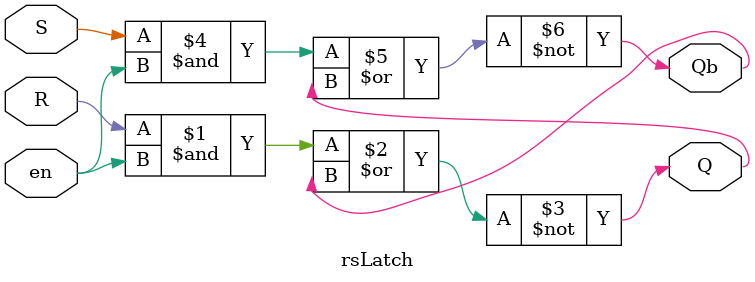
<source format=v>
module rsLatch(
    input en,
    input S, R,
    output Q, Qb
);

    assign Q = ~ ( (R&en) | Qb );
    assign Qb = ~ ( (S&en) | Q );

endmodule
    

</source>
